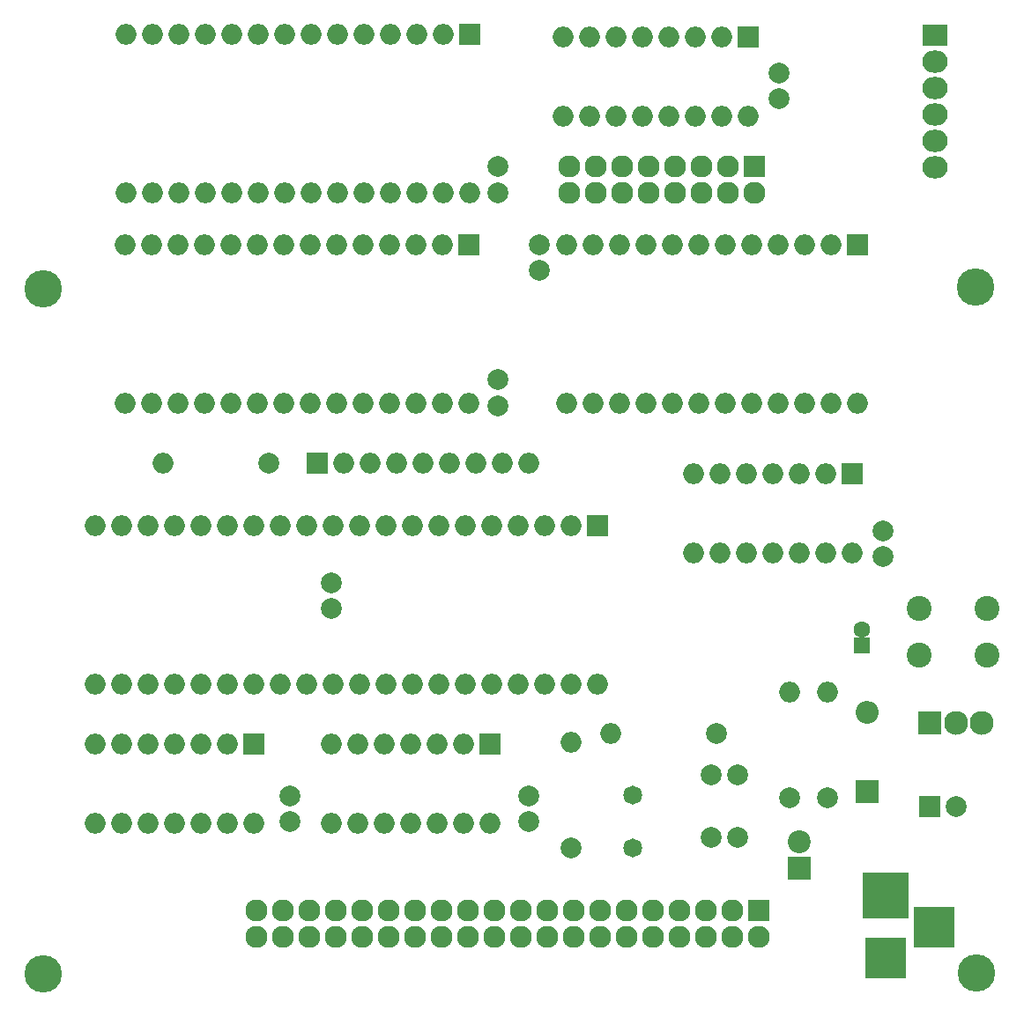
<source format=gbs>
G04 #@! TF.FileFunction,Soldermask,Bot*
%FSLAX46Y46*%
G04 Gerber Fmt 4.6, Leading zero omitted, Abs format (unit mm)*
G04 Created by KiCad (PCBNEW 4.0.7) date *
%MOMM*%
%LPD*%
G01*
G04 APERTURE LIST*
%ADD10C,0.100000*%
%ADD11C,2.000000*%
%ADD12R,1.600000X1.600000*%
%ADD13C,1.600000*%
%ADD14R,2.000000X2.000000*%
%ADD15R,2.200000X2.200000*%
%ADD16O,2.200000X2.200000*%
%ADD17C,2.200000*%
%ADD18R,2.127200X2.127200*%
%ADD19O,2.127200X2.127200*%
%ADD20R,2.432000X2.127200*%
%ADD21O,2.432000X2.127200*%
%ADD22R,4.400000X4.400000*%
%ADD23R,3.900120X3.900120*%
%ADD24O,2.000000X2.000000*%
%ADD25C,2.400000*%
%ADD26R,2.300000X2.300000*%
%ADD27C,2.300000*%
%ADD28C,1.822400*%
%ADD29C,3.600000*%
G04 APERTURE END LIST*
D10*
D11*
X121000000Y-99500000D03*
X121000000Y-102000000D03*
X157500000Y-118000000D03*
X160000000Y-118000000D03*
X157500000Y-124000000D03*
X160000000Y-124000000D03*
D12*
X172000000Y-105500000D03*
D13*
X172000000Y-104000000D03*
D14*
X178500000Y-121000000D03*
D11*
X181000000Y-121000000D03*
X164000000Y-53000000D03*
X164000000Y-50500000D03*
X137000000Y-82500000D03*
X137000000Y-80000000D03*
X141000000Y-67000000D03*
X141000000Y-69500000D03*
X117000000Y-122500000D03*
X117000000Y-120000000D03*
X137000000Y-62000000D03*
X137000000Y-59500000D03*
X140000000Y-122500000D03*
X140000000Y-120000000D03*
X174000000Y-97000000D03*
X174000000Y-94500000D03*
D15*
X172466000Y-119620000D03*
D16*
X172466000Y-112000000D03*
D15*
X166000000Y-127000000D03*
D17*
X166000000Y-124460000D03*
D18*
X161620000Y-59460000D03*
D19*
X161620000Y-62000000D03*
X159080000Y-59460000D03*
X159080000Y-62000000D03*
X156540000Y-59460000D03*
X156540000Y-62000000D03*
X154000000Y-59460000D03*
X154000000Y-62000000D03*
X151460000Y-59460000D03*
X151460000Y-62000000D03*
X148920000Y-59460000D03*
X148920000Y-62000000D03*
X146380000Y-59460000D03*
X146380000Y-62000000D03*
X143840000Y-59460000D03*
X143840000Y-62000000D03*
D20*
X179000000Y-46840000D03*
D21*
X179000000Y-49380000D03*
X179000000Y-51920000D03*
X179000000Y-54460000D03*
X179000000Y-57000000D03*
X179000000Y-59540000D03*
D18*
X162080000Y-131000000D03*
D19*
X162080000Y-133540000D03*
X159540000Y-131000000D03*
X159540000Y-133540000D03*
X157000000Y-131000000D03*
X157000000Y-133540000D03*
X154460000Y-131000000D03*
X154460000Y-133540000D03*
X151920000Y-131000000D03*
X151920000Y-133540000D03*
X149380000Y-131000000D03*
X149380000Y-133540000D03*
X146840000Y-131000000D03*
X146840000Y-133540000D03*
X144300000Y-131000000D03*
X144300000Y-133540000D03*
X141760000Y-131000000D03*
X141760000Y-133540000D03*
X139220000Y-131000000D03*
X139220000Y-133540000D03*
X136680000Y-131000000D03*
X136680000Y-133540000D03*
X134140000Y-131000000D03*
X134140000Y-133540000D03*
X131600000Y-131000000D03*
X131600000Y-133540000D03*
X129060000Y-131000000D03*
X129060000Y-133540000D03*
X126520000Y-131000000D03*
X126520000Y-133540000D03*
X123980000Y-131000000D03*
X123980000Y-133540000D03*
X121440000Y-131000000D03*
X121440000Y-133540000D03*
X118900000Y-131000000D03*
X118900000Y-133540000D03*
X116360000Y-131000000D03*
X116360000Y-133540000D03*
X113820000Y-131000000D03*
X113820000Y-133540000D03*
D22*
X174244000Y-129598860D03*
D23*
X174244000Y-135598340D03*
X178943000Y-132598600D03*
D11*
X115000000Y-88000000D03*
D24*
X104840000Y-88000000D03*
D11*
X158000000Y-114000000D03*
D24*
X147840000Y-114000000D03*
D11*
X144000000Y-125000000D03*
D24*
X144000000Y-114840000D03*
D11*
X168656000Y-120160000D03*
D24*
X168656000Y-110000000D03*
D11*
X165000000Y-120160000D03*
D24*
X165000000Y-110000000D03*
D14*
X119680000Y-88000000D03*
D24*
X122220000Y-88000000D03*
X124760000Y-88000000D03*
X127300000Y-88000000D03*
X129840000Y-88000000D03*
X132380000Y-88000000D03*
X134920000Y-88000000D03*
X137460000Y-88000000D03*
X140000000Y-88000000D03*
D25*
X177500000Y-106500000D03*
X177500000Y-102000000D03*
X184000000Y-106500000D03*
X184000000Y-102000000D03*
D26*
X178515000Y-113000000D03*
D27*
X181015000Y-113000000D03*
X183515000Y-113000000D03*
D28*
X150000000Y-119920000D03*
X150000000Y-125000000D03*
D29*
X93310000Y-71280000D03*
X182880000Y-71120000D03*
X93340000Y-137140000D03*
X182970000Y-137070000D03*
D14*
X171080000Y-89000000D03*
D24*
X155840000Y-96620000D03*
X168540000Y-89000000D03*
X158380000Y-96620000D03*
X166000000Y-89000000D03*
X160920000Y-96620000D03*
X163460000Y-89000000D03*
X163460000Y-96620000D03*
X160920000Y-89000000D03*
X166000000Y-96620000D03*
X158380000Y-89000000D03*
X168540000Y-96620000D03*
X155840000Y-89000000D03*
X171080000Y-96620000D03*
D14*
X136240000Y-115000000D03*
D24*
X121000000Y-122620000D03*
X133700000Y-115000000D03*
X123540000Y-122620000D03*
X131160000Y-115000000D03*
X126080000Y-122620000D03*
X128620000Y-115000000D03*
X128620000Y-122620000D03*
X126080000Y-115000000D03*
X131160000Y-122620000D03*
X123540000Y-115000000D03*
X133700000Y-122620000D03*
X121000000Y-115000000D03*
X136240000Y-122620000D03*
D14*
X134320000Y-46760000D03*
D24*
X101300000Y-62000000D03*
X131780000Y-46760000D03*
X103840000Y-62000000D03*
X129240000Y-46760000D03*
X106380000Y-62000000D03*
X126700000Y-46760000D03*
X108920000Y-62000000D03*
X124160000Y-46760000D03*
X111460000Y-62000000D03*
X121620000Y-46760000D03*
X114000000Y-62000000D03*
X119080000Y-46760000D03*
X116540000Y-62000000D03*
X116540000Y-46760000D03*
X119080000Y-62000000D03*
X114000000Y-46760000D03*
X121620000Y-62000000D03*
X111460000Y-46760000D03*
X124160000Y-62000000D03*
X108920000Y-46760000D03*
X126700000Y-62000000D03*
X106380000Y-46760000D03*
X129240000Y-62000000D03*
X103840000Y-46760000D03*
X131780000Y-62000000D03*
X101300000Y-46760000D03*
X134320000Y-62000000D03*
D14*
X161080000Y-47000000D03*
D24*
X143300000Y-54620000D03*
X158540000Y-47000000D03*
X145840000Y-54620000D03*
X156000000Y-47000000D03*
X148380000Y-54620000D03*
X153460000Y-47000000D03*
X150920000Y-54620000D03*
X150920000Y-47000000D03*
X153460000Y-54620000D03*
X148380000Y-47000000D03*
X156000000Y-54620000D03*
X145840000Y-47000000D03*
X158540000Y-54620000D03*
X143300000Y-47000000D03*
X161080000Y-54620000D03*
D14*
X134240000Y-67000000D03*
D24*
X101220000Y-82240000D03*
X131700000Y-67000000D03*
X103760000Y-82240000D03*
X129160000Y-67000000D03*
X106300000Y-82240000D03*
X126620000Y-67000000D03*
X108840000Y-82240000D03*
X124080000Y-67000000D03*
X111380000Y-82240000D03*
X121540000Y-67000000D03*
X113920000Y-82240000D03*
X119000000Y-67000000D03*
X116460000Y-82240000D03*
X116460000Y-67000000D03*
X119000000Y-82240000D03*
X113920000Y-67000000D03*
X121540000Y-82240000D03*
X111380000Y-67000000D03*
X124080000Y-82240000D03*
X108840000Y-67000000D03*
X126620000Y-82240000D03*
X106300000Y-67000000D03*
X129160000Y-82240000D03*
X103760000Y-67000000D03*
X131700000Y-82240000D03*
X101220000Y-67000000D03*
X134240000Y-82240000D03*
D14*
X113540000Y-115000000D03*
D24*
X98300000Y-122620000D03*
X111000000Y-115000000D03*
X100840000Y-122620000D03*
X108460000Y-115000000D03*
X103380000Y-122620000D03*
X105920000Y-115000000D03*
X105920000Y-122620000D03*
X103380000Y-115000000D03*
X108460000Y-122620000D03*
X100840000Y-115000000D03*
X111000000Y-122620000D03*
X98300000Y-115000000D03*
X113540000Y-122620000D03*
D14*
X171540000Y-67000000D03*
D24*
X143600000Y-82240000D03*
X169000000Y-67000000D03*
X146140000Y-82240000D03*
X166460000Y-67000000D03*
X148680000Y-82240000D03*
X163920000Y-67000000D03*
X151220000Y-82240000D03*
X161380000Y-67000000D03*
X153760000Y-82240000D03*
X158840000Y-67000000D03*
X156300000Y-82240000D03*
X156300000Y-67000000D03*
X158840000Y-82240000D03*
X153760000Y-67000000D03*
X161380000Y-82240000D03*
X151220000Y-67000000D03*
X163920000Y-82240000D03*
X148680000Y-67000000D03*
X166460000Y-82240000D03*
X146140000Y-67000000D03*
X169000000Y-82240000D03*
X143600000Y-67000000D03*
X171540000Y-82240000D03*
D14*
X146560000Y-94000000D03*
D24*
X98300000Y-109240000D03*
X144020000Y-94000000D03*
X100840000Y-109240000D03*
X141480000Y-94000000D03*
X103380000Y-109240000D03*
X138940000Y-94000000D03*
X105920000Y-109240000D03*
X136400000Y-94000000D03*
X108460000Y-109240000D03*
X133860000Y-94000000D03*
X111000000Y-109240000D03*
X131320000Y-94000000D03*
X113540000Y-109240000D03*
X128780000Y-94000000D03*
X116080000Y-109240000D03*
X126240000Y-94000000D03*
X118620000Y-109240000D03*
X123700000Y-94000000D03*
X121160000Y-109240000D03*
X121160000Y-94000000D03*
X123700000Y-109240000D03*
X118620000Y-94000000D03*
X126240000Y-109240000D03*
X116080000Y-94000000D03*
X128780000Y-109240000D03*
X113540000Y-94000000D03*
X131320000Y-109240000D03*
X111000000Y-94000000D03*
X133860000Y-109240000D03*
X108460000Y-94000000D03*
X136400000Y-109240000D03*
X105920000Y-94000000D03*
X138940000Y-109240000D03*
X103380000Y-94000000D03*
X141480000Y-109240000D03*
X100840000Y-94000000D03*
X144020000Y-109240000D03*
X98300000Y-94000000D03*
X146560000Y-109240000D03*
M02*

</source>
